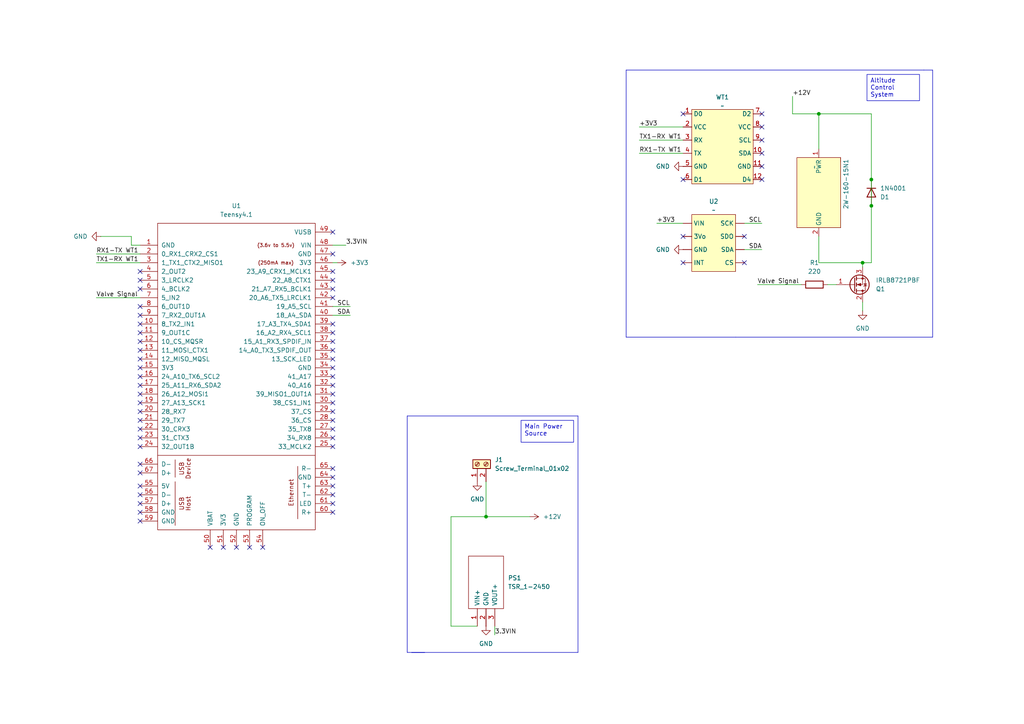
<source format=kicad_sch>
(kicad_sch (version 20231120) (generator "eeschema") (generator_version "8.0")
  (paper "A4")
  (lib_symbols
    (symbol "2W-160-15_1"
      (property "Reference" "2W-160-15N" (at -4.826 15.494 0))
      (property "Value" "~" (at 6.858 6.35 0))
      (symbol "2W-160-15_1_0_1"
        (rectangle (start -10.16 13.97) (end 10.16 1.27) (fill (type background)))
        (rectangle (start 10.16 13.97) (end 8.89 13.97))
      )
      (symbol "2W-160-15_1_1_1"
        (pin power_in line (at 12.7 7.62 180) (length 2.54) (name "PWR") (number "1"))
        (pin power_out line (at -12.7 7.62 0) (length 2.54) (name "GND") (number "2"))
      )
    )
    (symbol "Connector:Screw_Terminal_01x02" (pin_names (offset 1.016) hide)
      (property "Reference" "J" (at 0 2.54 0))
      (property "Value" "Screw_Terminal_01x02" (at 0 -5.08 0))
      (symbol "Screw_Terminal_01x02_1_1"
        (rectangle (start -1.27 1.27) (end 1.27 -3.81) (stroke (width 0.254)) (fill (type background)))
        (circle (center 0 -2.54) (radius 0.635) (stroke (width 0.1524)))
        (polyline (pts (xy -0.5334 -2.2098) (xy 0.3302 -3.048)) (stroke (width 0.1524)))
        (polyline (pts (xy -0.5334 0.3302) (xy 0.3302 -0.508)) (stroke (width 0.1524)))
        (polyline (pts (xy -0.3556 -2.032) (xy 0.508 -2.8702)) (stroke (width 0.1524)))
        (polyline (pts (xy -0.3556 0.508) (xy 0.508 -0.3302)) (stroke (width 0.1524)))
        (circle (center 0 0) (radius 0.635) (stroke (width 0.1524)))
        (pin passive line (at -5.08 0 0) (length 3.81) (name "Pin_1") (number "1"))
        (pin passive line (at -5.08 -2.54 0) (length 3.81) (name "Pin_2") (number "2"))
      )
    )
    (symbol "Device:R" (pin_numbers hide) (pin_names (offset 0))
      (property "Reference" "R" (at 2.032 0 90))
      (property "Value" "R" (at 0 0 90))
      (symbol "R_0_1"
        (rectangle (start -1.016 -2.54) (end 1.016 2.54) (stroke (width 0.254)))
      )
      (symbol "R_1_1"
        (pin passive line (at 0 3.81 270) (length 1.27) (name "~") (number "1"))
        (pin passive line (at 0 -3.81 90) (length 1.27) (name "~") (number "2"))
      )
    )
    (symbol "Diode:1N4001" (pin_numbers hide) (pin_names hide)
      (property "Reference" "D" (at 0 2.54 0))
      (property "Value" "1N4001" (at 0 -2.54 0))
      (symbol "1N4001_0_1"
        (polyline (pts (xy -1.27 1.27) (xy -1.27 -1.27)) (stroke (width 0.254)))
        (polyline (pts (xy 1.27 0) (xy -1.27 0)))
        (polyline (pts (xy 1.27 1.27) (xy 1.27 -1.27) (xy -1.27 0) (xy 1.27 1.27)) (stroke (width 0.254)))
      )
      (symbol "1N4001_1_1"
        (pin passive line (at -3.81 0 0) (length 2.54) (name "K") (number "1"))
        (pin passive line (at 3.81 0 180) (length 2.54) (name "A") (number "2"))
      )
    )
    (symbol "Transistor_FET:IRLB8721PBF" (pin_names hide)
      (property "Reference" "Q" (at 5.08 1.905 0))
      (property "Value" "IRLB8721PBF" (at 5.08 0 0))
      (symbol "IRLB8721PBF_0_1"
        (polyline (pts (xy 0.254 0) (xy -2.54 0)))
        (polyline (pts (xy 0.254 1.905) (xy 0.254 -1.905)) (stroke (width 0.254)))
        (polyline (pts (xy 0.762 -1.27) (xy 0.762 -2.286)) (stroke (width 0.254)))
        (polyline (pts (xy 0.762 0.508) (xy 0.762 -0.508)) (stroke (width 0.254)))
        (polyline (pts (xy 0.762 2.286) (xy 0.762 1.27)) (stroke (width 0.254)))
        (polyline (pts (xy 2.54 2.54) (xy 2.54 1.778)))
        (polyline (pts (xy 2.54 -2.54) (xy 2.54 0) (xy 0.762 0)))
        (polyline (pts (xy 0.762 -1.778) (xy 3.302 -1.778) (xy 3.302 1.778) (xy 0.762 1.778)))
        (polyline (pts (xy 1.016 0) (xy 2.032 0.381) (xy 2.032 -0.381) (xy 1.016 0)) (fill (type outline)))
        (polyline (pts (xy 2.794 0.508) (xy 2.921 0.381) (xy 3.683 0.381) (xy 3.81 0.254)))
        (polyline (pts (xy 3.302 0.381) (xy 2.921 -0.254) (xy 3.683 -0.254) (xy 3.302 0.381)))
        (circle (center 1.651 0) (radius 2.794) (stroke (width 0.254)))
        (circle (center 2.54 -1.778) (radius 0.254) (fill (type outline)))
        (circle (center 2.54 1.778) (radius 0.254) (fill (type outline)))
      )
      (symbol "IRLB8721PBF_1_1"
        (pin input line (at -5.08 0 0) (length 2.54) (name "G") (number "1"))
        (pin passive line (at 2.54 5.08 270) (length 2.54) (name "D") (number "2"))
        (pin passive line (at 2.54 -5.08 90) (length 2.54) (name "S") (number "3"))
      )
    )
    (symbol "grs_comps:WT901"
      (property "Reference" "WT1" (at 0 13.716 0))
      (property "Value" "~" (at 0 11.176 0))
      (symbol "WT901_0_1"
        (rectangle (start -8.89 10.16) (end 8.89 -11.43) (fill (type background)))
      )
      (symbol "WT901_1_1"
        (pin output line (at -11.43 8.89 0) (length 2.54) (name "D0") (number "1"))
        (pin bidirectional line (at 11.43 -2.54 180) (length 2.54) (name "SDA") (number "10"))
        (pin power_out line (at 11.43 -6.35 180) (length 2.54) (name "GND") (number "11"))
        (pin input line (at 11.43 -10.16 180) (length 2.54) (name "D4") (number "12"))
        (pin power_in line (at -11.43 5.08 0) (length 2.54) (name "VCC") (number "2"))
        (pin input line (at -11.43 1.27 0) (length 2.54) (name "RX") (number "3"))
        (pin output line (at -11.43 -2.54 0) (length 2.54) (name "TX") (number "4"))
        (pin power_out line (at -11.43 -6.35 0) (length 2.54) (name "GND") (number "5"))
        (pin input line (at -11.43 -10.16 0) (length 2.54) (name "D1") (number "6"))
        (pin output line (at 11.43 8.89 180) (length 2.54) (name "D2") (number "7"))
        (pin power_in line (at 11.43 5.08 180) (length 2.54) (name "VCC") (number "8"))
        (pin bidirectional line (at 11.43 1.27 180) (length 2.54) (name "SCL") (number "9"))
      )
    )
    (symbol "power:+12V" (power) (pin_numbers hide) (pin_names (offset 0) hide)
      (property "Value" "+12V" (at 0 3.556 0))
      (symbol "+12V_0_1"
        (polyline (pts (xy -0.762 1.27) (xy 0 2.54)))
        (polyline (pts (xy 0 0) (xy 0 2.54)))
        (polyline (pts (xy 0 2.54) (xy 0.762 1.27)))
      )
      (symbol "+12V_1_1"
        (pin power_in line (at 0 0 90) (length 0) (name "~") (number "1"))
      )
    )
    (symbol "power:+3V3" (power) (pin_numbers hide) (pin_names (offset 0) hide)
      (property "Value" "+3V3" (at 0 3.556 0))
      (symbol "+3V3_0_1"
        (polyline (pts (xy -0.762 1.27) (xy 0 2.54)))
        (polyline (pts (xy 0 0) (xy 0 2.54)))
        (polyline (pts (xy 0 2.54) (xy 0.762 1.27)))
      )
      (symbol "+3V3_1_1"
        (pin power_in line (at 0 0 90) (length 0) (name "~") (number "1"))
      )
    )
    (symbol "power:GND" (power) (pin_numbers hide) (pin_names (offset 0) hide)
      (property "Value" "GND" (at 0 -3.81 0))
      (symbol "GND_0_1"
        (polyline (pts (xy 0 0) (xy 0 -1.27) (xy 1.27 -1.27) (xy 0 -2.54) (xy -1.27 -1.27) (xy 0 -1.27)))
      )
      (symbol "GND_1_1"
        (pin power_in line (at 0 0 270) (length 0) (name "~") (number "1"))
      )
    )
    (symbol "random-symb-lib:ADA-BME388"
      (property "Reference" "U2" (at 0 2.54 0))
      (property "Value" "~" (at 0 0 0))
      (symbol "ADA-BME388_0_1"
        (rectangle (start -6.35 -1.27) (end 6.35 -17.78) (fill (type background)))
      )
      (symbol "ADA-BME388_1_1"
        (pin power_out line (at -8.89 -7.62 0) (length 2.54) (name "3Vo") (number ""))
        (pin bidirectional line (at 8.89 -15.24 180) (length 2.54) (name "CS") (number ""))
        (pin power_out line (at -8.89 -11.43 0) (length 2.54) (name "GND") (number ""))
        (pin bidirectional line (at -8.89 -15.24 0) (length 2.54) (name "INT") (number ""))
        (pin bidirectional line (at 8.89 -3.81 180) (length 2.54) (name "SCK") (number ""))
        (pin bidirectional line (at 8.89 -11.43 180) (length 2.54) (name "SDA") (number ""))
        (pin bidirectional line (at 8.89 -7.62 180) (length 2.54) (name "SDO") (number ""))
        (pin power_in line (at -8.89 -3.81 0) (length 2.54) (name "VIN") (number ""))
      )
    )
    (symbol "random-symb-lib:TSR_1-2450" (pin_names (offset 0.762))
      (property "Reference" "PS" (at 21.59 7.62 0))
      (property "Value" "TSR_1-2450" (at 21.59 5.08 0))
      (symbol "TSR_1-2450_0_0"
        (pin input line (at 0 0 0) (length 5.08) (name "VIN+") (number "1"))
        (pin power_in line (at 0 -2.54 0) (length 5.08) (name "GND") (number "2"))
        (pin input line (at 0 -5.08 0) (length 5.08) (name "VOUT+") (number "3"))
      )
      (symbol "TSR_1-2450_0_1"
        (polyline (pts (xy 5.08 2.54) (xy 20.32 2.54) (xy 20.32 -7.62) (xy 5.08 -7.62) (xy 5.08 2.54)) (stroke (width 0.1524)))
      )
    )
    (symbol "teensy:Teensy4.1" (pin_names (offset 1.016))
      (property "Reference" "U" (at 0 64.77 0))
      (property "Value" "Teensy4.1" (at 0 62.23 0))
      (symbol "Teensy4.1_0_0"
        (polyline (pts (xy -22.86 -6.35) (xy 22.86 -6.35)))
        (polyline (pts (xy -17.78 -26.67) (xy -17.78 -13.97)))
        (polyline (pts (xy -17.78 -7.62) (xy -17.78 -12.7)))
        (polyline (pts (xy 17.78 -9.525) (xy 17.78 -24.765)))
        (text "(250mA max)" (at 11.43 49.53 0) (effects (font (size 1.016 1.016))))
        (text "(3.6v to 5.5v)" (at 11.43 54.61 0) (effects (font (size 1.016 1.016))))
        (text "Device" (at -13.97 -10.16 900) (effects (font (size 1.27 1.27))))
        (text "Ethernet" (at 15.875 -17.145 900) (effects (font (size 1.27 1.27))))
        (text "Host" (at -13.97 -20.32 900) (effects (font (size 1.27 1.27))))
        (text "USB" (at -15.875 -20.32 900) (effects (font (size 1.27 1.27))))
        (text "USB" (at -15.875 -10.16 900) (effects (font (size 1.27 1.27))))
        (pin bidirectional line (at -27.94 31.75 0) (length 5.08) (name "8_TX2_IN1") (number "10"))
        (pin bidirectional line (at -27.94 29.21 0) (length 5.08) (name "9_OUT1C") (number "11"))
        (pin bidirectional line (at -27.94 26.67 0) (length 5.08) (name "10_CS_MQSR") (number "12"))
        (pin bidirectional line (at -27.94 24.13 0) (length 5.08) (name "11_MOSI_CTX1") (number "13"))
        (pin bidirectional line (at -27.94 21.59 0) (length 5.08) (name "12_MISO_MQSL") (number "14"))
        (pin power_in line (at -27.94 19.05 0) (length 5.08) (name "3V3") (number "15"))
        (pin bidirectional line (at -27.94 16.51 0) (length 5.08) (name "24_A10_TX6_SCL2") (number "16"))
        (pin bidirectional line (at -27.94 13.97 0) (length 5.08) (name "25_A11_RX6_SDA2") (number "17"))
        (pin bidirectional line (at -27.94 11.43 0) (length 5.08) (name "26_A12_MOSI1") (number "18"))
        (pin bidirectional line (at -27.94 8.89 0) (length 5.08) (name "27_A13_SCK1") (number "19"))
        (pin bidirectional line (at -27.94 6.35 0) (length 5.08) (name "28_RX7") (number "20"))
        (pin bidirectional line (at -27.94 3.81 0) (length 5.08) (name "29_TX7") (number "21"))
        (pin bidirectional line (at -27.94 1.27 0) (length 5.08) (name "30_CRX3") (number "22"))
        (pin bidirectional line (at -27.94 -1.27 0) (length 5.08) (name "31_CTX3") (number "23"))
        (pin bidirectional line (at -27.94 -3.81 0) (length 5.08) (name "32_OUT1B") (number "24"))
        (pin bidirectional line (at 27.94 -3.81 180) (length 5.08) (name "33_MCLK2") (number "25"))
        (pin bidirectional line (at 27.94 -1.27 180) (length 5.08) (name "34_RX8") (number "26"))
        (pin bidirectional line (at 27.94 1.27 180) (length 5.08) (name "35_TX8") (number "27"))
        (pin bidirectional line (at 27.94 3.81 180) (length 5.08) (name "36_CS") (number "28"))
        (pin bidirectional line (at 27.94 6.35 180) (length 5.08) (name "37_CS") (number "29"))
        (pin bidirectional line (at 27.94 8.89 180) (length 5.08) (name "38_CS1_IN1") (number "30"))
        (pin bidirectional line (at 27.94 11.43 180) (length 5.08) (name "39_MISO1_OUT1A") (number "31"))
        (pin bidirectional line (at 27.94 13.97 180) (length 5.08) (name "40_A16") (number "32"))
        (pin bidirectional line (at 27.94 16.51 180) (length 5.08) (name "41_A17") (number "33"))
        (pin bidirectional line (at 27.94 21.59 180) (length 5.08) (name "13_SCK_LED") (number "35"))
        (pin bidirectional line (at 27.94 24.13 180) (length 5.08) (name "14_A0_TX3_SPDIF_OUT") (number "36"))
        (pin bidirectional line (at 27.94 26.67 180) (length 5.08) (name "15_A1_RX3_SPDIF_IN") (number "37"))
        (pin bidirectional line (at 27.94 29.21 180) (length 5.08) (name "16_A2_RX4_SCL1") (number "38"))
        (pin bidirectional line (at 27.94 31.75 180) (length 5.08) (name "17_A3_TX4_SDA1") (number "39"))
        (pin bidirectional line (at 27.94 34.29 180) (length 5.08) (name "18_A4_SDA") (number "40"))
        (pin bidirectional line (at 27.94 36.83 180) (length 5.08) (name "19_A5_SCL") (number "41"))
        (pin bidirectional line (at 27.94 39.37 180) (length 5.08) (name "20_A6_TX5_LRCLK1") (number "42"))
        (pin bidirectional line (at 27.94 41.91 180) (length 5.08) (name "21_A7_RX5_BCLK1") (number "43"))
        (pin bidirectional line (at 27.94 44.45 180) (length 5.08) (name "22_A8_CTX1") (number "44"))
        (pin bidirectional line (at 27.94 46.99 180) (length 5.08) (name "23_A9_CRX1_MCLK1") (number "45"))
        (pin output line (at 27.94 49.53 180) (length 5.08) (name "3V3") (number "46"))
        (pin output line (at 27.94 52.07 180) (length 5.08) (name "GND") (number "47"))
        (pin power_in line (at 27.94 54.61 180) (length 5.08) (name "VIN") (number "48"))
        (pin power_out line (at 27.94 58.42 180) (length 5.08) (name "VUSB") (number "49"))
        (pin bidirectional line (at -27.94 44.45 0) (length 5.08) (name "3_LRCLK2") (number "5"))
        (pin power_in line (at -7.62 -33.02 90) (length 5.08) (name "VBAT") (number "50"))
        (pin power_in line (at -3.81 -33.02 90) (length 5.08) (name "3V3") (number "51"))
        (pin input line (at 0 -33.02 90) (length 5.08) (name "GND") (number "52"))
        (pin input line (at 3.81 -33.02 90) (length 5.08) (name "PROGRAM") (number "53"))
        (pin input line (at 7.62 -33.02 90) (length 5.08) (name "ON_OFF") (number "54"))
        (pin power_out line (at -27.94 -15.24 0) (length 5.08) (name "5V") (number "55"))
        (pin bidirectional line (at -27.94 -17.78 0) (length 5.08) (name "D-") (number "56"))
        (pin bidirectional line (at -27.94 -20.32 0) (length 5.08) (name "D+") (number "57"))
        (pin power_in line (at -27.94 -22.86 0) (length 5.08) (name "GND") (number "58"))
        (pin power_in line (at -27.94 -25.4 0) (length 5.08) (name "GND") (number "59"))
        (pin bidirectional line (at -27.94 41.91 0) (length 5.08) (name "4_BCLK2") (number "6"))
        (pin bidirectional line (at 27.94 -22.86 180) (length 5.08) (name "R+") (number "60"))
        (pin bidirectional line (at 27.94 -20.32 180) (length 5.08) (name "LED") (number "61"))
        (pin bidirectional line (at 27.94 -17.78 180) (length 5.08) (name "T-") (number "62"))
        (pin bidirectional line (at 27.94 -15.24 180) (length 5.08) (name "T+") (number "63"))
        (pin power_in line (at 27.94 -12.7 180) (length 5.08) (name "GND") (number "64"))
        (pin bidirectional line (at 27.94 -10.16 180) (length 5.08) (name "R-") (number "65"))
        (pin bidirectional line (at -27.94 -8.89 0) (length 5.08) (name "D-") (number "66"))
        (pin bidirectional line (at -27.94 -11.43 0) (length 5.08) (name "D+") (number "67"))
        (pin bidirectional line (at -27.94 39.37 0) (length 5.08) (name "5_IN2") (number "7"))
        (pin bidirectional line (at -27.94 36.83 0) (length 5.08) (name "6_OUT1D") (number "8"))
        (pin bidirectional line (at -27.94 34.29 0) (length 5.08) (name "7_RX2_OUT1A") (number "9"))
      )
      (symbol "Teensy4.1_0_1"
        (rectangle (start -22.86 60.96) (end 22.86 -27.94))
        (rectangle (start -20.32 -1.27) (end -20.32 -1.27))
      )
      (symbol "Teensy4.1_1_1"
        (pin power_in line (at -27.94 54.61 0) (length 5.08) (name "GND") (number "1"))
        (pin bidirectional line (at -27.94 52.07 0) (length 5.08) (name "0_RX1_CRX2_CS1") (number "2"))
        (pin bidirectional line (at -27.94 49.53 0) (length 5.08) (name "1_TX1_CTX2_MISO1") (number "3"))
        (pin power_in line (at 27.94 19.05 180) (length 5.08) (name "GND") (number "34"))
        (pin bidirectional line (at -27.94 46.99 0) (length 5.08) (name "2_OUT2") (number "4"))
      )
    )
  )
  (junction (at 237.49 33.02))
  (junction (at 252.73 52.07))
  (junction (at 250.19 76.2))
  (junction (at 140.97 149.86))
  (junction (at 252.73 59.69))
  (no_connect (at 96.52 73.66))
  (no_connect (at 40.64 116.84))
  (no_connect (at 215.9 68.58))
  (no_connect (at 198.12 52.07))
  (no_connect (at 40.64 111.76))
  (no_connect (at 96.52 127))
  (no_connect (at 198.12 33.02))
  (no_connect (at 96.52 99.06))
  (no_connect (at 96.52 129.54))
  (no_connect (at 40.64 106.68))
  (no_connect (at 40.64 134.62))
  (no_connect (at 40.64 83.82))
  (no_connect (at 40.64 99.06))
  (no_connect (at 198.12 68.58))
  (no_connect (at 96.52 135.89))
  (no_connect (at 96.52 78.74))
  (no_connect (at 96.52 148.59))
  (no_connect (at 220.98 52.07))
  (no_connect (at 220.98 36.83))
  (no_connect (at 40.64 81.28))
  (no_connect (at 40.64 124.46))
  (no_connect (at 215.9 76.2))
  (no_connect (at 96.52 140.97))
  (no_connect (at 198.12 76.2))
  (no_connect (at 96.52 101.6))
  (no_connect (at 96.52 146.05))
  (no_connect (at 96.52 116.84))
  (no_connect (at 40.64 91.44))
  (no_connect (at 40.64 127))
  (no_connect (at 40.64 93.98))
  (no_connect (at 40.64 104.14))
  (no_connect (at 40.64 148.59))
  (no_connect (at 220.98 40.64))
  (no_connect (at 96.52 81.28))
  (no_connect (at 64.77 158.75))
  (no_connect (at 72.39 158.75))
  (no_connect (at 96.52 114.3))
  (no_connect (at 40.64 88.9))
  (no_connect (at 68.58 158.75))
  (no_connect (at 96.52 96.52))
  (no_connect (at 96.52 83.82))
  (no_connect (at 40.64 114.3))
  (no_connect (at 40.64 78.74))
  (no_connect (at 40.64 129.54))
  (no_connect (at 40.64 119.38))
  (no_connect (at 40.64 151.13))
  (no_connect (at 76.2 158.75))
  (no_connect (at 96.52 93.98))
  (no_connect (at 40.64 109.22))
  (no_connect (at 40.64 137.16))
  (no_connect (at 96.52 124.46))
  (no_connect (at 220.98 33.02))
  (no_connect (at 40.64 96.52))
  (no_connect (at 220.98 48.26))
  (no_connect (at 96.52 121.92))
  (no_connect (at 220.98 44.45))
  (no_connect (at 40.64 140.97))
  (no_connect (at 40.64 101.6))
  (no_connect (at 96.52 119.38))
  (no_connect (at 96.52 143.51))
  (no_connect (at 96.52 138.43))
  (no_connect (at 40.64 146.05))
  (no_connect (at 96.52 104.14))
  (no_connect (at 96.52 67.31))
  (no_connect (at 60.96 158.75))
  (no_connect (at 96.52 86.36))
  (no_connect (at 96.52 109.22))
  (no_connect (at 96.52 111.76))
  (no_connect (at 40.64 143.51))
  (no_connect (at 40.64 121.92))
  (no_connect (at 96.52 106.68))
  (wire (pts (xy 252.73 52.07) (xy 252.73 33.02)))
  (polyline (pts (xy 181.61 20.32) (xy 181.61 97.79)))
  (wire (pts (xy 27.94 76.2) (xy 40.64 76.2)))
  (wire (pts (xy 185.42 44.45) (xy 198.12 44.45)))
  (wire (pts (xy 229.87 27.94) (xy 229.87 33.02)))
  (wire (pts (xy 240.03 82.55) (xy 242.57 82.55)))
  (polyline (pts (xy 118.11 120.65) (xy 118.11 189.23)))
  (wire (pts (xy 96.52 91.44) (xy 101.6 91.44)))
  (wire (pts (xy 27.94 86.36) (xy 40.64 86.36)))
  (wire (pts (xy 252.73 33.02) (xy 237.49 33.02)))
  (polyline (pts (xy 167.64 120.65) (xy 118.11 120.65)))
  (polyline (pts (xy 213.36 97.79) (xy 270.51 97.79)))
  (wire (pts (xy 215.9 64.77) (xy 220.98 64.77)))
  (polyline (pts (xy 167.64 189.23) (xy 167.64 120.65)))
  (wire (pts (xy 219.71 82.55) (xy 232.41 82.55)))
  (wire (pts (xy 143.51 181.61) (xy 143.51 184.15)))
  (wire (pts (xy 252.73 76.2) (xy 252.73 59.69)))
  (wire (pts (xy 190.5 64.77) (xy 198.12 64.77)))
  (wire (pts (xy 215.9 72.39) (xy 220.98 72.39)))
  (polyline (pts (xy 118.11 189.23) (xy 123.19 189.23)))
  (wire (pts (xy 237.49 33.02) (xy 229.87 33.02)))
  (wire (pts (xy 237.49 68.58) (xy 237.49 76.2)))
  (wire (pts (xy 130.81 181.61) (xy 138.43 181.61)))
  (wire (pts (xy 130.81 181.61) (xy 130.81 149.86)))
  (wire (pts (xy 27.94 73.66) (xy 40.64 73.66)))
  (wire (pts (xy 29.21 68.58) (xy 38.1 68.58)))
  (wire (pts (xy 252.73 59.69) (xy 252.73 52.07)))
  (wire (pts (xy 237.49 33.02) (xy 237.49 43.18)))
  (polyline (pts (xy 270.51 97.79) (xy 270.51 20.32)))
  (wire (pts (xy 237.49 76.2) (xy 250.19 76.2)))
  (wire (pts (xy 38.1 68.58) (xy 38.1 71.12)))
  (polyline (pts (xy 267.97 20.32) (xy 181.61 20.32)))
  (wire (pts (xy 250.19 76.2) (xy 252.73 76.2)))
  (polyline (pts (xy 119.38 189.23) (xy 167.64 189.23)))
  (wire (pts (xy 130.81 149.86) (xy 140.97 149.86)))
  (polyline (pts (xy 181.61 97.79) (xy 213.36 97.79)))
  (wire (pts (xy 185.42 36.83) (xy 198.12 36.83)))
  (wire (pts (xy 97.79 76.2) (xy 96.52 76.2)))
  (wire (pts (xy 140.97 149.86) (xy 153.67 149.86)))
  (wire (pts (xy 250.19 87.63) (xy 250.19 90.17)))
  (wire (pts (xy 96.52 71.12) (xy 100.33 71.12)))
  (wire (pts (xy 140.97 139.7) (xy 140.97 149.86)))
  (wire (pts (xy 38.1 71.12) (xy 40.64 71.12)))
  (wire (pts (xy 250.19 76.2) (xy 250.19 77.47)))
  (wire (pts (xy 198.12 40.64) (xy 185.42 40.64)))
  (wire (pts (xy 96.52 88.9) (xy 101.6 88.9)))
  (polyline (pts (xy 267.97 20.32) (xy 270.51 20.32)))
  (text_box "Altitude Control System" (at 251.46 21.59 0) (size 15.24 7.62) (effects (font (size 1.27 1.27)) (justify left top)))
  (text_box "Main Power Source" (at 151.13 121.92 0) (size 15.24 6.35) (effects (font (size 1.27 1.27)) (justify left top)))
  (label "RX1-TX WT1" (at 27.94 73.66 0))
  (label "3.3VIN" (at 143.51 184.15 0))
  (label "TX1-RX WT1" (at 27.94 76.2 0))
  (label "+12V" (at 229.87 27.94 0))
  (label "+3V3" (at 185.42 36.83 0))
  (label "SDA" (at 217.17 72.39 0))
  (label "+3V3" (at 190.5 64.77 0))
  (label "SCL" (at 97.79 88.9 0))
  (label "3.3VIN" (at 100.33 71.12 0))
  (label "RX1-TX WT1" (at 185.42 44.45 0))
  (label "TX1-RX WT1" (at 185.42 40.64 0))
  (label "SCL" (at 217.17 64.77 0))
  (label "Valve Signal" (at 27.94 86.36 0))
  (label "SDA" (at 97.79 91.44 0))
  (label "Valve Signal" (at 219.71 82.55 0))
  (symbol (lib_id "Connector:Screw_Terminal_01x02") (at 138.43 134.62 90) (unit 1)
    (property "Reference" "J1" (at 143.51 133.3499 90) (effects (justify right)))
    (property "Value" "Screw_Terminal_01x02" (at 143.51 135.8899 90) (effects (justify right)))
    (property "Footprint" "TerminalBlock_RND:TerminalBlock_RND_205-00276_1x02_P5.00mm_Vertical" (effects (hide yes)))
    (property "Description" "Generic screw terminal, single row, 01x02, script generated (kicad-library-utils/schlib/autogen/connector/)" (effects (hide yes)))
  )
  (symbol (lib_name "2W-160-15_1") (lib_id "GRS_Valve:2W-160-15") (at 229.87 55.88 270) (mirror x) (unit 1)
    (property "Reference" "2W-160-15N1" (at 245.364 60.706 0) (effects (justify left)))
    (property "Value" "~" (at 236.22 49.022 0) (effects (justify left)))
    (property "Footprint" "TerminalBlock_RND:TerminalBlock_RND_205-00276_1x02_P5.00mm_Vertical" (effects (hide yes)))
  )
  (symbol (lib_id "power:GND") (at 250.19 90.17 0) (unit 1)
    (property "Reference" "#PWR02" (effects (hide yes)))
    (property "Value" "GND" (at 250.19 95.25 0))
    (property "Description" "Power symbol creates a global label with name \"GND\" , ground" (effects (hide yes)))
  )
  (symbol (lib_id "power:GND") (at 198.12 72.39 270) (unit 1)
    (property "Reference" "#PWR08" (effects (hide yes)))
    (property "Value" "GND" (at 194.31 72.3899 90) (effects (justify right)))
    (property "Description" "Power symbol creates a global label with name \"GND\" , ground" (effects (hide yes)))
  )
  (symbol (lib_id "grs_comps:WT901") (at 209.55 41.91 0) (unit 1)
    (property "Reference" "WT1" (at 209.55 28.194 0))
    (property "Value" "~" (at 209.55 30.734 0))
  )
  (symbol (lib_id "Transistor_FET:IRLB8721PBF") (at 247.65 82.55 0) (mirror x) (unit 1)
    (property "Reference" "Q1" (at 254 83.8201 0) (effects (justify left)))
    (property "Value" "IRLB8721PBF" (at 254 81.2801 0) (effects (justify left)))
    (property "Footprint" "Package_TO_SOT_THT:TO-220-3_Vertical" (effects (hide yes)))
    (property "Datasheet" "http://www.infineon.com/dgdl/irlb8721pbf.pdf?fileId=5546d462533600a40153566056732591" (effects (hide yes)))
    (property "Description" "62A Id, 30V Vds, 8.7 mOhm Rds, N-Channel HEXFET Power MOSFET, TO-220" (effects (hide yes)))
  )
  (symbol (lib_id "teensy:Teensy4.1") (at 68.58 125.73 0) (unit 1)
    (property "Reference" "U1" (at 68.58 59.69 0))
    (property "Value" "Teensy4.1" (at 68.58 62.23 0))
    (property "Footprint" "teensy-foots:Teensy41" (effects (hide yes)))
  )
  (symbol (lib_id "Diode:1N4001") (at 252.73 55.88 90) (mirror x) (unit 1)
    (property "Reference" "D1" (at 255.27 57.1501 90) (effects (justify right)))
    (property "Value" "1N4001" (at 255.27 54.6101 90) (effects (justify right)))
    (property "Footprint" "Diode_THT:D_DO-41_SOD81_P10.16mm_Horizontal" (effects (hide yes)))
    (property "Datasheet" "http://www.vishay.com/docs/88503/1n4001.pdf" (effects (hide yes)))
    (property "Description" "50V 1A General Purpose Rectifier Diode, DO-41" (effects (hide yes)))
    (property "Sim.Device" "D" (effects (hide yes)))
    (property "Sim.Pins" "1=K 2=A" (effects (hide yes)))
  )
  (symbol (lib_id "power:GND") (at 140.97 181.61 0) (unit 1)
    (property "Reference" "#PWR04" (effects (hide yes)))
    (property "Value" "GND" (at 140.97 186.69 0))
    (property "Description" "Power symbol creates a global label with name \"GND\" , ground" (effects (hide yes)))
  )
  (symbol (lib_id "power:+3V3") (at 97.79 76.2 270) (unit 1)
    (property "Reference" "#PWR07" (effects (hide yes)))
    (property "Value" "+3V3" (at 101.6 76.1999 90) (effects (justify left)))
    (property "Description" "Power symbol creates a global label with name \"+3V3\"" (effects (hide yes)))
  )
  (symbol (lib_id "power:GND") (at 138.43 139.7 0) (unit 1)
    (property "Reference" "#PWR03" (effects (hide yes)))
    (property "Value" "GND" (at 138.43 144.78 0))
    (property "Description" "Power symbol creates a global label with name \"GND\" , ground" (effects (hide yes)))
  )
  (symbol (lib_id "power:GND") (at 29.21 68.58 270) (unit 1)
    (property "Reference" "#PWR01" (effects (hide yes)))
    (property "Value" "GND" (at 25.4 68.5799 90) (effects (justify right)))
    (property "Description" "Power symbol creates a global label with name \"GND\" , ground" (effects (hide yes)))
  )
  (symbol (lib_id "random-symb-lib:TSR_1-2450") (at 138.43 181.61 90) (unit 1)
    (property "Reference" "PS1" (at 147.32 167.6399 90) (effects (justify right)))
    (property "Value" "TSR_1-2450" (at 147.32 170.1799 90) (effects (justify right)))
    (property "Footprint" "random-footprints:TSR-1-24120" (effects (hide yes)))
    (property "Datasheet" "https://tracopower.com/tsr1-datasheet/" (effects (hide yes)))
    (property "Description" "1 Amp POL switching regulator, 4.6 to -36 VDC input, pos.-pos. circuit, LM78 compatible, SIP-3" (effects (hide yes)))
    (property "Mouser Part Number" "495-TSR-1-2450" (effects (hide yes)))
    (property "Mouser Price/Stock" "https://www.mouser.co.uk/ProductDetail/TRACO-Power/TSR-1-2450?qs=ckJk83FOD0XFKqda0Mzkgw%3D%3D" (effects (hide yes)))
    (property "Manufacturer_Name" "Traco Power" (effects (hide yes)))
    (property "Manufacturer_Part_Number" "TSR 1-2450" (effects (hide yes)))
  )
  (symbol (lib_id "Device:R") (at 236.22 82.55 270) (unit 1)
    (property "Reference" "R1" (at 236.22 76.2 90))
    (property "Value" "220" (at 236.22 78.74 90))
    (property "Description" "Resistor" (effects (hide yes)))
  )
  (symbol (lib_id "power:GND") (at 198.12 48.26 270) (unit 1)
    (property "Reference" "#PWR05" (effects (hide yes)))
    (property "Value" "GND" (at 194.31 48.2599 90) (effects (justify right)))
    (property "Description" "Power symbol creates a global label with name \"GND\" , ground" (effects (hide yes)))
  )
  (symbol (lib_id "power:+12V") (at 153.67 149.86 270) (unit 1)
    (property "Reference" "#PWR06" (effects (hide yes)))
    (property "Value" "+12V" (at 157.48 149.8599 90) (effects (justify left)))
    (property "Description" "Power symbol creates a global label with name \"+12V\"" (effects (hide yes)))
  )
  (symbol (lib_id "random-symb-lib:ADA-BME388") (at 207.01 60.96 0) (unit 1)
    (property "Reference" "U2" (at 207.01 58.42 0))
    (property "Value" "~" (at 207.01 60.96 0))
  )
)
</source>
